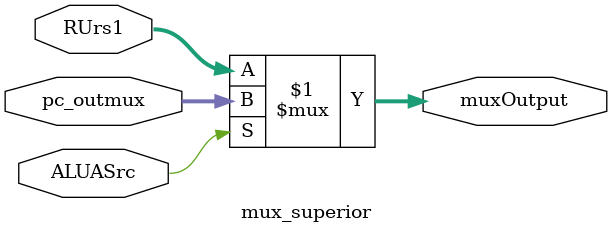
<source format=v>
module mux_superior(
	input [31:0] pc_outmux,
	input [31:0] RUrs1,
	input ALUASrc,
	output [31:0] muxOutput
);


assign muxOutput = ALUASrc ? pc_outmux : RUrs1;
endmodule
</source>
